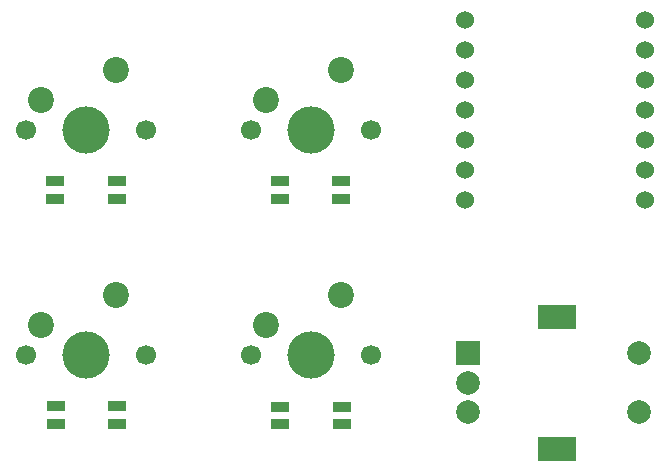
<source format=gbs>
%TF.GenerationSoftware,KiCad,Pcbnew,9.0.7*%
%TF.CreationDate,2026-01-25T00:35:14+11:00*%
%TF.ProjectId,HackPad!,4861636b-5061-4642-912e-6b696361645f,rev?*%
%TF.SameCoordinates,Original*%
%TF.FileFunction,Soldermask,Bot*%
%TF.FilePolarity,Negative*%
%FSLAX46Y46*%
G04 Gerber Fmt 4.6, Leading zero omitted, Abs format (unit mm)*
G04 Created by KiCad (PCBNEW 9.0.7) date 2026-01-25 00:35:14*
%MOMM*%
%LPD*%
G01*
G04 APERTURE LIST*
G04 Aperture macros list*
%AMRoundRect*
0 Rectangle with rounded corners*
0 $1 Rounding radius*
0 $2 $3 $4 $5 $6 $7 $8 $9 X,Y pos of 4 corners*
0 Add a 4 corners polygon primitive as box body*
4,1,4,$2,$3,$4,$5,$6,$7,$8,$9,$2,$3,0*
0 Add four circle primitives for the rounded corners*
1,1,$1+$1,$2,$3*
1,1,$1+$1,$4,$5*
1,1,$1+$1,$6,$7*
1,1,$1+$1,$8,$9*
0 Add four rect primitives between the rounded corners*
20,1,$1+$1,$2,$3,$4,$5,0*
20,1,$1+$1,$4,$5,$6,$7,0*
20,1,$1+$1,$6,$7,$8,$9,0*
20,1,$1+$1,$8,$9,$2,$3,0*%
G04 Aperture macros list end*
%ADD10RoundRect,0.082000X0.718000X-0.328000X0.718000X0.328000X-0.718000X0.328000X-0.718000X-0.328000X0*%
%ADD11R,2.000000X2.000000*%
%ADD12C,2.000000*%
%ADD13R,3.200000X2.000000*%
%ADD14C,1.700000*%
%ADD15C,4.000000*%
%ADD16C,2.200000*%
%ADD17C,1.524000*%
G04 APERTURE END LIST*
D10*
%TO.C,D2*%
X102612500Y-77252500D03*
X102612500Y-75752500D03*
X97412500Y-75752500D03*
X97412500Y-77252500D03*
%TD*%
D11*
%TO.C,SW5*%
X132350000Y-90300000D03*
D12*
X132350000Y-95300000D03*
X132350000Y-92800000D03*
D13*
X139850000Y-87200000D03*
X139850000Y-98400000D03*
D12*
X146850000Y-95300000D03*
X146850000Y-90300000D03*
%TD*%
D14*
%TO.C,SW3*%
X113982500Y-71437500D03*
D15*
X119062500Y-71437500D03*
D14*
X124142500Y-71437500D03*
D16*
X121602500Y-66357500D03*
X115252500Y-68897500D03*
%TD*%
D17*
%TO.C,U1*%
X132100000Y-62100000D03*
X132100000Y-64640000D03*
X132100000Y-67180000D03*
X132100000Y-69720000D03*
X132100000Y-72260000D03*
X132100000Y-74800000D03*
X132100000Y-77340000D03*
X147340000Y-77340000D03*
X147340000Y-74800000D03*
X147340000Y-72260000D03*
X147340000Y-69720000D03*
X147340000Y-67180000D03*
X147340000Y-64640000D03*
X147340000Y-62100000D03*
%TD*%
D14*
%TO.C,SW4*%
X113982500Y-90487500D03*
D15*
X119062500Y-90487500D03*
D14*
X124142500Y-90487500D03*
D16*
X121602500Y-85407500D03*
X115252500Y-87947500D03*
%TD*%
D10*
%TO.C,D3*%
X121662500Y-96317500D03*
X121662500Y-94817500D03*
X116462500Y-94817500D03*
X116462500Y-96317500D03*
%TD*%
D14*
%TO.C,SW1*%
X94932500Y-71437500D03*
D15*
X100012500Y-71437500D03*
D14*
X105092500Y-71437500D03*
D16*
X102552500Y-66357500D03*
X96202500Y-68897500D03*
%TD*%
D10*
%TO.C,D1*%
X121612500Y-77227500D03*
X121612500Y-75727500D03*
X116412500Y-75727500D03*
X116412500Y-77227500D03*
%TD*%
D14*
%TO.C,SW2*%
X94932500Y-90487500D03*
D15*
X100012500Y-90487500D03*
D14*
X105092500Y-90487500D03*
D16*
X102552500Y-85407500D03*
X96202500Y-87947500D03*
%TD*%
D10*
%TO.C,D4*%
X102650000Y-96255000D03*
X102650000Y-94755000D03*
X97450000Y-94755000D03*
X97450000Y-96255000D03*
%TD*%
M02*

</source>
